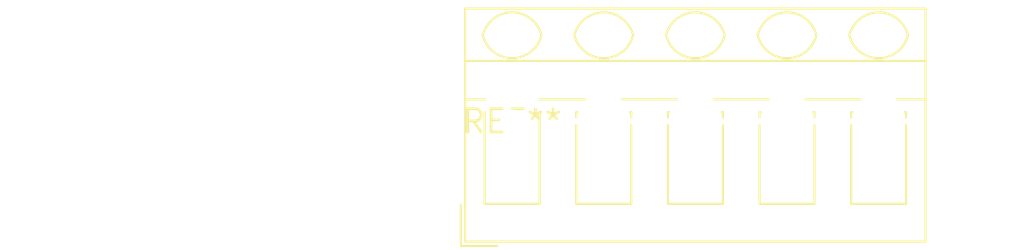
<source format=kicad_pcb>
(kicad_pcb (version 20240108) (generator pcbnew)
  (layers (0 "F.Cu" signal) (31 "B.Cu" signal) (34 "B.Paste" user) (35 "F.Paste" user) (36 "B.SilkS" user "B.Silkscreen") (37 "F.SilkS" user "F.Silkscreen") (38 "B.Mask" user) (39 "F.Mask" user) (44 "Edge.Cuts" user))
  (net 0 "")
  (footprint "TerminalBlock_RND_205-00059_1x05_P5.00mm_45Degree" (layer "F.Cu") (at 0 0)
    (property "Reference" "REF**")
    (property "Value" "TerminalBlock_RND_205-00059_1x05_P5.00mm_45Degree")
    (fp_line (start -2.8 4.56) (end -2.8 6.8) (layer "F.SilkS") (stroke (width 0.12)))
    (fp_line (start -2.8 6.8) (end -0.8 6.8) (layer "F.SilkS") (stroke (width 0.12)))
    (fp_line (start -2.56 -6.16) (end -2.56 6.56) (layer "F.SilkS") (stroke (width 0.12)))
    (fp_line (start -2.56 -6.16) (end 22.56 -6.16) (layer "F.SilkS") (stroke (width 0.12)))
    (fp_line (start -2.56 -3.301) (end 22.56 -3.301) (layer "F.SilkS") (stroke (width 0.12)))
    (fp_line (start -2.56 -1.201) (end -1.49 -1.201) (layer "F.SilkS") (stroke (width 0.12)))
    (fp_line (start -2.56 6.56) (end 22.56 6.56) (layer "F.SilkS") (stroke (width 0.12)))
    (fp_line (start -1.5 -0.5) (end -1.5 4.5) (layer "F.SilkS") (stroke (width 0.12)))
    (fp_line (start -1.5 -0.5) (end -1.49 -0.5) (layer "F.SilkS") (stroke (width 0.12)))
    (fp_line (start -1.5 4.5) (end 1.5 4.5) (layer "F.SilkS") (stroke (width 0.12)))
    (fp_line (start 1.49 -1.201) (end 4 -1.201) (layer "F.SilkS") (stroke (width 0.12)))
    (fp_line (start 1.49 -0.5) (end 1.5 -0.5) (layer "F.SilkS") (stroke (width 0.12)))
    (fp_line (start 1.5 -0.5) (end 1.5 4.5) (layer "F.SilkS") (stroke (width 0.12)))
    (fp_line (start 3.5 -0.5) (end 3.5 -0.202) (layer "F.SilkS") (stroke (width 0.12)))
    (fp_line (start 3.5 -0.5) (end 3.57 -0.5) (layer "F.SilkS") (stroke (width 0.12)))
    (fp_line (start 3.5 0.202) (end 3.5 4.5) (layer "F.SilkS") (stroke (width 0.12)))
    (fp_line (start 3.5 4.5) (end 6.5 4.5) (layer "F.SilkS") (stroke (width 0.12)))
    (fp_line (start 6.001 -1.201) (end 9 -1.201) (layer "F.SilkS") (stroke (width 0.12)))
    (fp_line (start 6.431 -0.5) (end 6.5 -0.5) (layer "F.SilkS") (stroke (width 0.12)))
    (fp_line (start 6.5 -0.5) (end 6.5 -0.202) (layer "F.SilkS") (stroke (width 0.12)))
    (fp_line (start 6.5 0.202) (end 6.5 4.5) (layer "F.SilkS") (stroke (width 0.12)))
    (fp_line (start 8.5 -0.5) (end 8.5 -0.202) (layer "F.SilkS") (stroke (width 0.12)))
    (fp_line (start 8.5 -0.5) (end 8.57 -0.5) (layer "F.SilkS") (stroke (width 0.12)))
    (fp_line (start 8.5 0.202) (end 8.5 4.5) (layer "F.SilkS") (stroke (width 0.12)))
    (fp_line (start 8.5 4.5) (end 11.5 4.5) (layer "F.SilkS") (stroke (width 0.12)))
    (fp_line (start 11.001 -1.201) (end 14 -1.201) (layer "F.SilkS") (stroke (width 0.12)))
    (fp_line (start 11.431 -0.5) (end 11.5 -0.5) (layer "F.SilkS") (stroke (width 0.12)))
    (fp_line (start 11.5 -0.5) (end 11.5 -0.202) (layer "F.SilkS") (stroke (width 0.12)))
    (fp_line (start 11.5 0.202) (end 11.5 4.5) (layer "F.SilkS") (stroke (width 0.12)))
    (fp_line (start 13.5 -0.5) (end 13.5 -0.202) (layer "F.SilkS") (stroke (width 0.12)))
    (fp_line (start 13.5 -0.5) (end 13.57 -0.5) (layer "F.SilkS") (stroke (width 0.12)))
    (fp_line (start 13.5 0.202) (end 13.5 4.5) (layer "F.SilkS") (stroke (width 0.12)))
    (fp_line (start 13.5 4.5) (end 16.5 4.5) (layer "F.SilkS") (stroke (width 0.12)))
    (fp_line (start 16.001 -1.201) (end 19 -1.201) (layer "F.SilkS") (stroke (width 0.12)))
    (fp_line (start 16.431 -0.5) (end 16.5 -0.5) (layer "F.SilkS") (stroke (width 0.12)))
    (fp_line (start 16.5 -0.5) (end 16.5 -0.202) (layer "F.SilkS") (stroke (width 0.12)))
    (fp_line (start 16.5 0.202) (end 16.5 4.5) (layer "F.SilkS") (stroke (width 0.12)))
    (fp_line (start 18.5 -0.5) (end 18.5 -0.202) (layer "F.SilkS") (stroke (width 0.12)))
    (fp_line (start 18.5 -0.5) (end 18.57 -0.5) (layer "F.SilkS") (stroke (width 0.12)))
    (fp_line (start 18.5 0.202) (end 18.5 4.5) (layer "F.SilkS") (stroke (width 0.12)))
    (fp_line (start 18.5 4.5) (end 21.5 4.5) (layer "F.SilkS") (stroke (width 0.12)))
    (fp_line (start 21.001 -1.201) (end 22.56 -1.201) (layer "F.SilkS") (stroke (width 0.12)))
    (fp_line (start 21.431 -0.5) (end 21.5 -0.5) (layer "F.SilkS") (stroke (width 0.12)))
    (fp_line (start 21.5 -0.5) (end 21.5 -0.202) (layer "F.SilkS") (stroke (width 0.12)))
    (fp_line (start 21.5 0.202) (end 21.5 4.5) (layer "F.SilkS") (stroke (width 0.12)))
    (fp_line (start 22.56 -6.16) (end 22.56 6.56) (layer "F.SilkS") (stroke (width 0.12)))
    (fp_arc (start -1.600914 -4.700344) (mid 0.000177 -5.95097) (end 1.601 -4.7) (layer "F.SilkS") (stroke (width 0.12)))
    (fp_arc (start 1.6 -4.7) (mid -6.4e-05 -3.45) (end -1.600031 -4.700125) (layer "F.SilkS") (stroke (width 0.12)))
    (fp_arc (start 3.399086 -4.700344) (mid 5.000177 -5.95097) (end 6.601 -4.7) (layer "F.SilkS") (stroke (width 0.12)))
    (fp_arc (start 6.6 -4.7) (mid 4.999936 -3.45) (end 3.399969 -4.700125) (layer "F.SilkS") (stroke (width 0.12)))
    (fp_arc (start 8.399086 -4.700344) (mid 10.000177 -5.95097) (end 11.601 -4.7) (layer "F.SilkS") (stroke (width 0.12)))
    (fp_arc (start 11.6 -4.7) (mid 9.999936 -3.45) (end 8.399969 -4.700125) (layer "F.SilkS") (stroke (width 0.12)))
    (fp_arc (start 13.399086 -4.700344) (mid 15.000177 -5.95097) (end 16.601 -4.7) (layer "F.SilkS") (stroke (width 0.12)))
    (fp_arc (start 16.6 -4.7) (mid 14.999936 -3.45) (end 13.399969 -4.700125) (layer "F.SilkS") (stroke (width 0.12)))
    (fp_arc (start 18.399086 -4.700344) (mid 20.000177 -5.95097) (end 21.601 -4.7) (layer "F.SilkS") (stroke (width 0.12)))
    (fp_arc (start 21.6 -4.7) (mid 19.999936 -3.45) (end 18.399969 -4.700125) (layer "F.SilkS") (stroke (width 0.12)))
    (pad "1" thru_hole rect (at 0 0) (size 2.5 2.5) (drill 1.3) (layers *.Cu *.Mask) (remove_unused_layers))
    (pad "2" thru_hole circle (at 5 0) (size 2.5 2.5) (drill 1.3) (layers *.Cu *.Mask) (remove_unused_layers))
    (pad "3" thru_hole circle (at 10 0) (size 2.5 2.5) (drill 1.3) (layers *.Cu *.Mask) (remove_unused_layers))
    (pad "4" thru_hole circle (at 15 0) (size 2.5 2.5) (drill 1.3) (layers *.Cu *.Mask) (remove_unused_layers))
    (pad "5" thru_hole circle (at 20 0) (size 2.5 2.5) (drill 1.3) (layers *.Cu *.Mask) (remove_unused_layers))
  )
)
</source>
